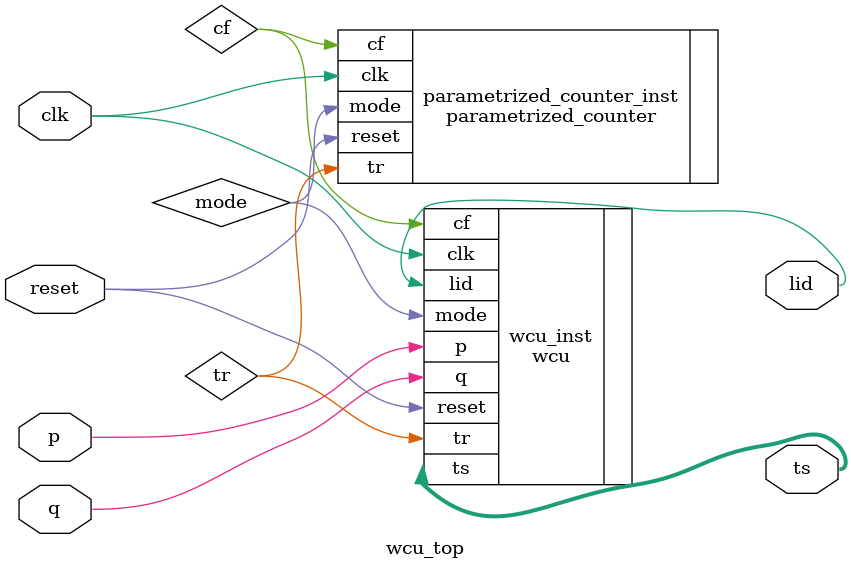
<source format=v>
`timescale 1ns / 1ps

/* Top-level module for crosswalk control unit */
module wcu_top (
        input clk,
        input  reset,
		input  p,
		input  q,
        output  [1:0] ts,
        output lid
    );
    
    // Number of cycles for each signal
	parameter tvalue = 6'd2; // TODO: replace this with the correct value

    /* Use these wires for the signals between ccu and parametrized counter.
    Do not change the names of these signals, as the testbench will
    inspect them. */
    wire tr;
    wire cf;
    wire mode;
    
    
	parametrized_counter #(
	.tvalue(tvalue))
	parametrized_counter_inst(
	.clk(clk),
	.reset(reset),
	.tr(tr),
	.cf(cf),
	.mode(mode)
	);
	
	wcu wcu_inst(
	    .clk(clk),
	    .reset(reset),
	    .p(p),
	    .q(q),
	    .lid(lid),
	    .ts(ts),
	    .tr(tr),
	.cf(cf),
	.mode(mode)
	);

	
    /* TODO: Instantiate parametrized_counter module (provided for you).
    Make sure the instance is called parametrized_counter_inst. */
	
    /* TODO: Instantiate FSM module (which you have to implement in wcu.v).
    Make sure the instance is called wcu_inst. */
	
endmodule
</source>
